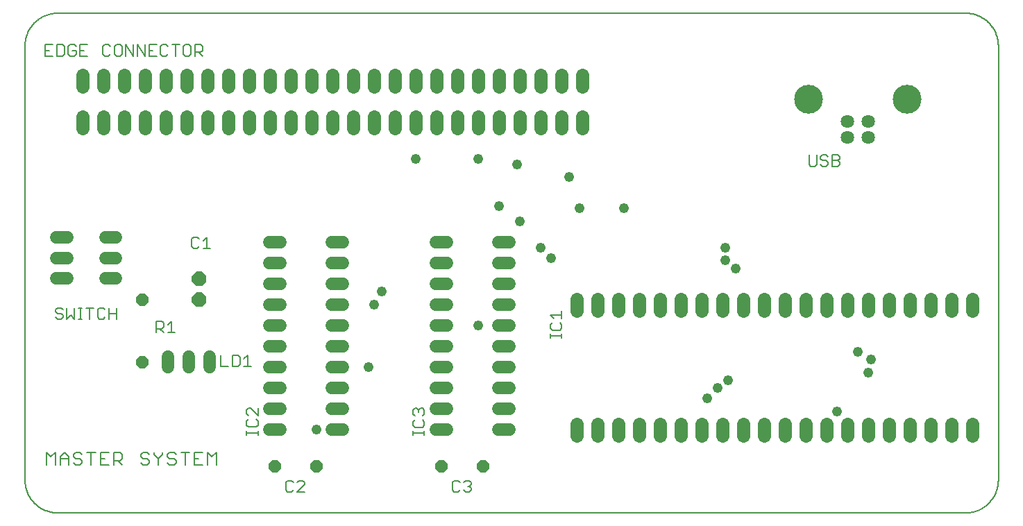
<source format=gts>
G75*
%MOIN*%
%OFA0B0*%
%FSLAX25Y25*%
%IPPOS*%
%LPD*%
%AMOC8*
5,1,8,0,0,1.08239X$1,22.5*
%
%ADD10C,0.00600*%
%ADD11C,0.00800*%
%ADD12C,0.06450*%
%ADD13C,0.00500*%
%ADD14C,0.06000*%
%ADD15OC8,0.06000*%
%ADD16C,0.06343*%
%ADD17OC8,0.07000*%
%ADD18C,0.13855*%
%ADD19C,0.06422*%
%ADD20C,0.04762*%
D10*
X0025048Y0006800D02*
X0461052Y0006800D01*
X0461433Y0006805D01*
X0461813Y0006818D01*
X0462193Y0006841D01*
X0462572Y0006874D01*
X0462950Y0006915D01*
X0463327Y0006965D01*
X0463703Y0007025D01*
X0464078Y0007093D01*
X0464450Y0007171D01*
X0464821Y0007258D01*
X0465189Y0007353D01*
X0465555Y0007458D01*
X0465918Y0007571D01*
X0466279Y0007693D01*
X0466636Y0007823D01*
X0466990Y0007963D01*
X0467341Y0008110D01*
X0467688Y0008267D01*
X0468031Y0008431D01*
X0468370Y0008604D01*
X0468705Y0008785D01*
X0469036Y0008974D01*
X0469361Y0009171D01*
X0469682Y0009375D01*
X0469998Y0009588D01*
X0470308Y0009808D01*
X0470614Y0010035D01*
X0470913Y0010270D01*
X0471207Y0010512D01*
X0471495Y0010760D01*
X0471777Y0011016D01*
X0472052Y0011279D01*
X0472321Y0011548D01*
X0472584Y0011823D01*
X0472840Y0012105D01*
X0473088Y0012393D01*
X0473330Y0012687D01*
X0473565Y0012986D01*
X0473792Y0013292D01*
X0474012Y0013602D01*
X0474225Y0013918D01*
X0474429Y0014239D01*
X0474626Y0014564D01*
X0474815Y0014895D01*
X0474996Y0015230D01*
X0475169Y0015569D01*
X0475333Y0015912D01*
X0475490Y0016259D01*
X0475637Y0016610D01*
X0475777Y0016964D01*
X0475907Y0017321D01*
X0476029Y0017682D01*
X0476142Y0018045D01*
X0476247Y0018411D01*
X0476342Y0018779D01*
X0476429Y0019150D01*
X0476507Y0019522D01*
X0476575Y0019897D01*
X0476635Y0020273D01*
X0476685Y0020650D01*
X0476726Y0021028D01*
X0476759Y0021407D01*
X0476782Y0021787D01*
X0476795Y0022167D01*
X0476800Y0022548D01*
X0476800Y0231052D01*
X0476795Y0231433D01*
X0476782Y0231813D01*
X0476759Y0232193D01*
X0476726Y0232572D01*
X0476685Y0232950D01*
X0476635Y0233327D01*
X0476575Y0233703D01*
X0476507Y0234078D01*
X0476429Y0234450D01*
X0476342Y0234821D01*
X0476247Y0235189D01*
X0476142Y0235555D01*
X0476029Y0235918D01*
X0475907Y0236279D01*
X0475777Y0236636D01*
X0475637Y0236990D01*
X0475490Y0237341D01*
X0475333Y0237688D01*
X0475169Y0238031D01*
X0474996Y0238370D01*
X0474815Y0238705D01*
X0474626Y0239036D01*
X0474429Y0239361D01*
X0474225Y0239682D01*
X0474012Y0239998D01*
X0473792Y0240308D01*
X0473565Y0240614D01*
X0473330Y0240913D01*
X0473088Y0241207D01*
X0472840Y0241495D01*
X0472584Y0241777D01*
X0472321Y0242052D01*
X0472052Y0242321D01*
X0471777Y0242584D01*
X0471495Y0242840D01*
X0471207Y0243088D01*
X0470913Y0243330D01*
X0470614Y0243565D01*
X0470308Y0243792D01*
X0469998Y0244012D01*
X0469682Y0244225D01*
X0469361Y0244429D01*
X0469036Y0244626D01*
X0468705Y0244815D01*
X0468370Y0244996D01*
X0468031Y0245169D01*
X0467688Y0245333D01*
X0467341Y0245490D01*
X0466990Y0245637D01*
X0466636Y0245777D01*
X0466279Y0245907D01*
X0465918Y0246029D01*
X0465555Y0246142D01*
X0465189Y0246247D01*
X0464821Y0246342D01*
X0464450Y0246429D01*
X0464078Y0246507D01*
X0463703Y0246575D01*
X0463327Y0246635D01*
X0462950Y0246685D01*
X0462572Y0246726D01*
X0462193Y0246759D01*
X0461813Y0246782D01*
X0461433Y0246795D01*
X0461052Y0246800D01*
X0025048Y0246800D01*
X0024667Y0246795D01*
X0024287Y0246782D01*
X0023907Y0246759D01*
X0023528Y0246726D01*
X0023150Y0246685D01*
X0022773Y0246635D01*
X0022397Y0246575D01*
X0022022Y0246507D01*
X0021650Y0246429D01*
X0021279Y0246342D01*
X0020911Y0246247D01*
X0020545Y0246142D01*
X0020182Y0246029D01*
X0019821Y0245907D01*
X0019464Y0245777D01*
X0019110Y0245637D01*
X0018759Y0245490D01*
X0018412Y0245333D01*
X0018069Y0245169D01*
X0017730Y0244996D01*
X0017395Y0244815D01*
X0017064Y0244626D01*
X0016739Y0244429D01*
X0016418Y0244225D01*
X0016102Y0244012D01*
X0015792Y0243792D01*
X0015486Y0243565D01*
X0015187Y0243330D01*
X0014893Y0243088D01*
X0014605Y0242840D01*
X0014323Y0242584D01*
X0014048Y0242321D01*
X0013779Y0242052D01*
X0013516Y0241777D01*
X0013260Y0241495D01*
X0013012Y0241207D01*
X0012770Y0240913D01*
X0012535Y0240614D01*
X0012308Y0240308D01*
X0012088Y0239998D01*
X0011875Y0239682D01*
X0011671Y0239361D01*
X0011474Y0239036D01*
X0011285Y0238705D01*
X0011104Y0238370D01*
X0010931Y0238031D01*
X0010767Y0237688D01*
X0010610Y0237341D01*
X0010463Y0236990D01*
X0010323Y0236636D01*
X0010193Y0236279D01*
X0010071Y0235918D01*
X0009958Y0235555D01*
X0009853Y0235189D01*
X0009758Y0234821D01*
X0009671Y0234450D01*
X0009593Y0234078D01*
X0009525Y0233703D01*
X0009465Y0233327D01*
X0009415Y0232950D01*
X0009374Y0232572D01*
X0009341Y0232193D01*
X0009318Y0231813D01*
X0009305Y0231433D01*
X0009300Y0231052D01*
X0009300Y0022548D01*
X0009305Y0022167D01*
X0009318Y0021787D01*
X0009341Y0021407D01*
X0009374Y0021028D01*
X0009415Y0020650D01*
X0009465Y0020273D01*
X0009525Y0019897D01*
X0009593Y0019522D01*
X0009671Y0019150D01*
X0009758Y0018779D01*
X0009853Y0018411D01*
X0009958Y0018045D01*
X0010071Y0017682D01*
X0010193Y0017321D01*
X0010323Y0016964D01*
X0010463Y0016610D01*
X0010610Y0016259D01*
X0010767Y0015912D01*
X0010931Y0015569D01*
X0011104Y0015230D01*
X0011285Y0014895D01*
X0011474Y0014564D01*
X0011671Y0014239D01*
X0011875Y0013918D01*
X0012088Y0013602D01*
X0012308Y0013292D01*
X0012535Y0012986D01*
X0012770Y0012687D01*
X0013012Y0012393D01*
X0013260Y0012105D01*
X0013516Y0011823D01*
X0013779Y0011548D01*
X0014048Y0011279D01*
X0014323Y0011016D01*
X0014605Y0010760D01*
X0014893Y0010512D01*
X0015187Y0010270D01*
X0015486Y0010035D01*
X0015792Y0009808D01*
X0016102Y0009588D01*
X0016418Y0009375D01*
X0016739Y0009171D01*
X0017064Y0008974D01*
X0017395Y0008785D01*
X0017730Y0008604D01*
X0018069Y0008431D01*
X0018412Y0008267D01*
X0018759Y0008110D01*
X0019110Y0007963D01*
X0019464Y0007823D01*
X0019821Y0007693D01*
X0020182Y0007571D01*
X0020545Y0007458D01*
X0020911Y0007353D01*
X0021279Y0007258D01*
X0021650Y0007171D01*
X0022022Y0007093D01*
X0022397Y0007025D01*
X0022773Y0006965D01*
X0023150Y0006915D01*
X0023528Y0006874D01*
X0023907Y0006841D01*
X0024287Y0006818D01*
X0024667Y0006805D01*
X0025048Y0006800D01*
X0134551Y0017751D02*
X0135451Y0016850D01*
X0137253Y0016850D01*
X0138154Y0017751D01*
X0140075Y0016850D02*
X0143678Y0020453D01*
X0143678Y0021354D01*
X0142778Y0022255D01*
X0140976Y0022255D01*
X0140075Y0021354D01*
X0138154Y0021354D02*
X0137253Y0022255D01*
X0135451Y0022255D01*
X0134551Y0021354D01*
X0134551Y0017751D01*
X0140075Y0016850D02*
X0143678Y0016850D01*
X0214551Y0017751D02*
X0215451Y0016850D01*
X0217253Y0016850D01*
X0218154Y0017751D01*
X0220075Y0017751D02*
X0220976Y0016850D01*
X0222778Y0016850D01*
X0223678Y0017751D01*
X0223678Y0018652D01*
X0222778Y0019552D01*
X0221877Y0019552D01*
X0222778Y0019552D02*
X0223678Y0020453D01*
X0223678Y0021354D01*
X0222778Y0022255D01*
X0220976Y0022255D01*
X0220075Y0021354D01*
X0218154Y0021354D02*
X0217253Y0022255D01*
X0215451Y0022255D01*
X0214551Y0021354D01*
X0214551Y0017751D01*
X0118003Y0077100D02*
X0114399Y0077100D01*
X0116201Y0077100D02*
X0116201Y0082505D01*
X0114399Y0080703D01*
X0112478Y0081604D02*
X0111577Y0082505D01*
X0108875Y0082505D01*
X0108875Y0077100D01*
X0111577Y0077100D01*
X0112478Y0078001D01*
X0112478Y0081604D01*
X0106953Y0077100D02*
X0103350Y0077100D01*
X0103350Y0082505D01*
X0081428Y0093500D02*
X0077825Y0093500D01*
X0079627Y0093500D02*
X0079627Y0098905D01*
X0077825Y0097103D01*
X0075904Y0096202D02*
X0075003Y0095302D01*
X0072301Y0095302D01*
X0074102Y0095302D02*
X0075904Y0093500D01*
X0075904Y0096202D02*
X0075904Y0098004D01*
X0075003Y0098905D01*
X0072301Y0098905D01*
X0072301Y0093500D01*
X0053303Y0099850D02*
X0053303Y0105255D01*
X0053303Y0102552D02*
X0049700Y0102552D01*
X0047779Y0100751D02*
X0046878Y0099850D01*
X0045076Y0099850D01*
X0044176Y0100751D01*
X0044176Y0104354D01*
X0045076Y0105255D01*
X0046878Y0105255D01*
X0047779Y0104354D01*
X0049700Y0105255D02*
X0049700Y0099850D01*
X0042254Y0105255D02*
X0038651Y0105255D01*
X0040452Y0105255D02*
X0040452Y0099850D01*
X0036769Y0099850D02*
X0034968Y0099850D01*
X0035868Y0099850D02*
X0035868Y0105255D01*
X0034968Y0105255D02*
X0036769Y0105255D01*
X0033046Y0105255D02*
X0033046Y0099850D01*
X0031245Y0101652D01*
X0029443Y0099850D01*
X0029443Y0105255D01*
X0027521Y0104354D02*
X0026621Y0105255D01*
X0024819Y0105255D01*
X0023918Y0104354D01*
X0023918Y0103453D01*
X0024819Y0102552D01*
X0026621Y0102552D01*
X0027521Y0101652D01*
X0027521Y0100751D01*
X0026621Y0099850D01*
X0024819Y0099850D01*
X0023918Y0100751D01*
X0089301Y0134751D02*
X0090201Y0133850D01*
X0092003Y0133850D01*
X0092904Y0134751D01*
X0094825Y0133850D02*
X0098428Y0133850D01*
X0096627Y0133850D02*
X0096627Y0139255D01*
X0094825Y0137453D01*
X0092904Y0138354D02*
X0092003Y0139255D01*
X0090201Y0139255D01*
X0089301Y0138354D01*
X0089301Y0134751D01*
D11*
X0088292Y0035905D02*
X0084155Y0035905D01*
X0086223Y0035905D02*
X0086223Y0029700D01*
X0090600Y0029700D02*
X0094737Y0029700D01*
X0097046Y0029700D02*
X0097046Y0035905D01*
X0099114Y0033837D01*
X0101183Y0035905D01*
X0101183Y0029700D01*
X0092669Y0032803D02*
X0090600Y0032803D01*
X0090600Y0035905D02*
X0090600Y0029700D01*
X0090600Y0035905D02*
X0094737Y0035905D01*
X0081846Y0034871D02*
X0080812Y0035905D01*
X0078744Y0035905D01*
X0077709Y0034871D01*
X0077709Y0033837D01*
X0078744Y0032803D01*
X0080812Y0032803D01*
X0081846Y0031768D01*
X0081846Y0030734D01*
X0080812Y0029700D01*
X0078744Y0029700D01*
X0077709Y0030734D01*
X0073332Y0029700D02*
X0073332Y0032803D01*
X0075401Y0034871D01*
X0075401Y0035905D01*
X0073332Y0032803D02*
X0071264Y0034871D01*
X0071264Y0035905D01*
X0068955Y0034871D02*
X0067921Y0035905D01*
X0065853Y0035905D01*
X0064818Y0034871D01*
X0064818Y0033837D01*
X0065853Y0032803D01*
X0067921Y0032803D01*
X0068955Y0031768D01*
X0068955Y0030734D01*
X0067921Y0029700D01*
X0065853Y0029700D01*
X0064818Y0030734D01*
X0056064Y0029700D02*
X0053996Y0031768D01*
X0055030Y0031768D02*
X0051927Y0031768D01*
X0051927Y0029700D02*
X0051927Y0035905D01*
X0055030Y0035905D01*
X0056064Y0034871D01*
X0056064Y0032803D01*
X0055030Y0031768D01*
X0049619Y0029700D02*
X0045482Y0029700D01*
X0045482Y0035905D01*
X0049619Y0035905D01*
X0047550Y0032803D02*
X0045482Y0032803D01*
X0043173Y0035905D02*
X0039036Y0035905D01*
X0041105Y0035905D02*
X0041105Y0029700D01*
X0036728Y0030734D02*
X0036728Y0031768D01*
X0035694Y0032803D01*
X0033625Y0032803D01*
X0032591Y0033837D01*
X0032591Y0034871D01*
X0033625Y0035905D01*
X0035694Y0035905D01*
X0036728Y0034871D01*
X0030282Y0033837D02*
X0030282Y0029700D01*
X0032591Y0030734D02*
X0033625Y0029700D01*
X0035694Y0029700D01*
X0036728Y0030734D01*
X0030282Y0032803D02*
X0026145Y0032803D01*
X0026145Y0033837D02*
X0026145Y0029700D01*
X0023837Y0029700D02*
X0023837Y0035905D01*
X0021768Y0033837D01*
X0019700Y0035905D01*
X0019700Y0029700D01*
X0026145Y0033837D02*
X0028214Y0035905D01*
X0030282Y0033837D01*
D12*
X0274300Y0043975D02*
X0274300Y0049625D01*
X0284300Y0049625D02*
X0284300Y0043975D01*
X0294300Y0043975D02*
X0294300Y0049625D01*
X0304300Y0049625D02*
X0304300Y0043975D01*
X0314300Y0043975D02*
X0314300Y0049625D01*
X0324300Y0049625D02*
X0324300Y0043975D01*
X0334300Y0043975D02*
X0334300Y0049625D01*
X0344300Y0049625D02*
X0344300Y0043975D01*
X0354300Y0043975D02*
X0354300Y0049625D01*
X0364300Y0049625D02*
X0364300Y0043975D01*
X0374300Y0043975D02*
X0374300Y0049625D01*
X0384300Y0049625D02*
X0384300Y0043975D01*
X0394300Y0043975D02*
X0394300Y0049625D01*
X0404300Y0049625D02*
X0404300Y0043975D01*
X0414300Y0043975D02*
X0414300Y0049625D01*
X0424300Y0049625D02*
X0424300Y0043975D01*
X0434300Y0043975D02*
X0434300Y0049625D01*
X0444300Y0049625D02*
X0444300Y0043975D01*
X0454300Y0043975D02*
X0454300Y0049625D01*
X0464300Y0049625D02*
X0464300Y0043975D01*
X0464300Y0103975D02*
X0464300Y0109625D01*
X0454300Y0109625D02*
X0454300Y0103975D01*
X0444300Y0103975D02*
X0444300Y0109625D01*
X0434300Y0109625D02*
X0434300Y0103975D01*
X0424300Y0103975D02*
X0424300Y0109625D01*
X0414300Y0109625D02*
X0414300Y0103975D01*
X0404300Y0103975D02*
X0404300Y0109625D01*
X0394300Y0109625D02*
X0394300Y0103975D01*
X0384300Y0103975D02*
X0384300Y0109625D01*
X0374300Y0109625D02*
X0374300Y0103975D01*
X0364300Y0103975D02*
X0364300Y0109625D01*
X0354300Y0109625D02*
X0354300Y0103975D01*
X0344300Y0103975D02*
X0344300Y0109625D01*
X0334300Y0109625D02*
X0334300Y0103975D01*
X0324300Y0103975D02*
X0324300Y0109625D01*
X0314300Y0109625D02*
X0314300Y0103975D01*
X0304300Y0103975D02*
X0304300Y0109625D01*
X0294300Y0109625D02*
X0294300Y0103975D01*
X0284300Y0103975D02*
X0284300Y0109625D01*
X0274300Y0109625D02*
X0274300Y0103975D01*
D13*
X0267050Y0103695D02*
X0267050Y0100025D01*
X0267050Y0101860D02*
X0261545Y0101860D01*
X0263380Y0100025D01*
X0262463Y0098170D02*
X0261545Y0097253D01*
X0261545Y0095418D01*
X0262463Y0094501D01*
X0266133Y0094501D01*
X0267050Y0095418D01*
X0267050Y0097253D01*
X0266133Y0098170D01*
X0267050Y0092652D02*
X0267050Y0090817D01*
X0267050Y0091735D02*
X0261545Y0091735D01*
X0261545Y0092652D02*
X0261545Y0090817D01*
X0201050Y0056135D02*
X0200133Y0057053D01*
X0199215Y0057053D01*
X0198298Y0056135D01*
X0198298Y0055218D01*
X0198298Y0056135D02*
X0197380Y0057053D01*
X0196463Y0057053D01*
X0195545Y0056135D01*
X0195545Y0054300D01*
X0196463Y0053383D01*
X0196463Y0051528D02*
X0195545Y0050610D01*
X0195545Y0048776D01*
X0196463Y0047858D01*
X0200133Y0047858D01*
X0201050Y0048776D01*
X0201050Y0050610D01*
X0200133Y0051528D01*
X0200133Y0053383D02*
X0201050Y0054300D01*
X0201050Y0056135D01*
X0201050Y0046010D02*
X0201050Y0044175D01*
X0201050Y0045092D02*
X0195545Y0045092D01*
X0195545Y0044175D02*
X0195545Y0046010D01*
X0121175Y0046135D02*
X0121175Y0044300D01*
X0121175Y0045217D02*
X0115670Y0045217D01*
X0115670Y0044300D02*
X0115670Y0046135D01*
X0116588Y0047983D02*
X0115670Y0048901D01*
X0115670Y0050735D01*
X0116588Y0051653D01*
X0116588Y0053508D02*
X0115670Y0054425D01*
X0115670Y0056260D01*
X0116588Y0057178D01*
X0117505Y0057178D01*
X0121175Y0053508D01*
X0121175Y0057178D01*
X0120258Y0051653D02*
X0121175Y0050735D01*
X0121175Y0048901D01*
X0120258Y0047983D01*
X0116588Y0047983D01*
X0385800Y0174217D02*
X0386717Y0173300D01*
X0388552Y0173300D01*
X0389470Y0174217D01*
X0389470Y0178805D01*
X0391325Y0177887D02*
X0391325Y0176970D01*
X0392242Y0176052D01*
X0394077Y0176052D01*
X0394995Y0175135D01*
X0394995Y0174217D01*
X0394077Y0173300D01*
X0392242Y0173300D01*
X0391325Y0174217D01*
X0391325Y0177887D02*
X0392242Y0178805D01*
X0394077Y0178805D01*
X0394995Y0177887D01*
X0396849Y0178805D02*
X0396849Y0173300D01*
X0399602Y0173300D01*
X0400519Y0174217D01*
X0400519Y0175135D01*
X0399602Y0176052D01*
X0396849Y0176052D01*
X0396849Y0178805D02*
X0399602Y0178805D01*
X0400519Y0177887D01*
X0400519Y0176970D01*
X0399602Y0176052D01*
X0385800Y0174217D02*
X0385800Y0178805D01*
X0094570Y0226175D02*
X0092735Y0228010D01*
X0093653Y0228010D02*
X0090900Y0228010D01*
X0090900Y0226175D02*
X0090900Y0231680D01*
X0093653Y0231680D01*
X0094570Y0230762D01*
X0094570Y0228927D01*
X0093653Y0228010D01*
X0089045Y0227092D02*
X0089045Y0230762D01*
X0088128Y0231680D01*
X0086293Y0231680D01*
X0085376Y0230762D01*
X0085376Y0227092D01*
X0086293Y0226175D01*
X0088128Y0226175D01*
X0089045Y0227092D01*
X0083521Y0231680D02*
X0079851Y0231680D01*
X0081686Y0231680D02*
X0081686Y0226175D01*
X0077996Y0227092D02*
X0077078Y0226175D01*
X0075244Y0226175D01*
X0074326Y0227092D01*
X0074326Y0230762D01*
X0075244Y0231680D01*
X0077078Y0231680D01*
X0077996Y0230762D01*
X0072471Y0231680D02*
X0068801Y0231680D01*
X0068801Y0226175D01*
X0072471Y0226175D01*
X0070636Y0228927D02*
X0068801Y0228927D01*
X0066946Y0226175D02*
X0066946Y0231680D01*
X0063277Y0231680D02*
X0066946Y0226175D01*
X0063277Y0226175D02*
X0063277Y0231680D01*
X0061422Y0231680D02*
X0061422Y0226175D01*
X0057752Y0231680D01*
X0057752Y0226175D01*
X0055897Y0227092D02*
X0055897Y0230762D01*
X0054980Y0231680D01*
X0053145Y0231680D01*
X0052227Y0230762D01*
X0052227Y0227092D01*
X0053145Y0226175D01*
X0054980Y0226175D01*
X0055897Y0227092D01*
X0050372Y0227092D02*
X0049455Y0226175D01*
X0047620Y0226175D01*
X0046702Y0227092D01*
X0046702Y0230762D01*
X0047620Y0231680D01*
X0049455Y0231680D01*
X0050372Y0230762D01*
X0039323Y0231680D02*
X0035653Y0231680D01*
X0035653Y0226175D01*
X0039323Y0226175D01*
X0037488Y0228927D02*
X0035653Y0228927D01*
X0033798Y0228927D02*
X0033798Y0227092D01*
X0032881Y0226175D01*
X0031046Y0226175D01*
X0030128Y0227092D01*
X0030128Y0230762D01*
X0031046Y0231680D01*
X0032881Y0231680D01*
X0033798Y0230762D01*
X0033798Y0228927D02*
X0031963Y0228927D01*
X0028273Y0227092D02*
X0028273Y0230762D01*
X0027356Y0231680D01*
X0024604Y0231680D01*
X0024604Y0226175D01*
X0027356Y0226175D01*
X0028273Y0227092D01*
X0022749Y0226175D02*
X0019079Y0226175D01*
X0019079Y0231680D01*
X0022749Y0231680D01*
X0020914Y0228927D02*
X0019079Y0228927D01*
D14*
X0024275Y0139100D02*
X0029475Y0139100D01*
X0029475Y0129300D02*
X0024275Y0129300D01*
X0024275Y0119500D02*
X0029475Y0119500D01*
X0047875Y0119500D02*
X0053075Y0119500D01*
X0053075Y0129300D02*
X0047875Y0129300D01*
X0047875Y0139100D02*
X0053075Y0139100D01*
X0126700Y0136800D02*
X0131900Y0136800D01*
X0131900Y0126800D02*
X0126700Y0126800D01*
X0126700Y0116800D02*
X0131900Y0116800D01*
X0131900Y0106800D02*
X0126700Y0106800D01*
X0126700Y0096800D02*
X0131900Y0096800D01*
X0131900Y0086800D02*
X0126700Y0086800D01*
X0126700Y0076800D02*
X0131900Y0076800D01*
X0131900Y0066800D02*
X0126700Y0066800D01*
X0126700Y0056800D02*
X0131900Y0056800D01*
X0131900Y0046800D02*
X0126700Y0046800D01*
X0156700Y0046800D02*
X0161900Y0046800D01*
X0161900Y0056800D02*
X0156700Y0056800D01*
X0156700Y0066800D02*
X0161900Y0066800D01*
X0161900Y0076800D02*
X0156700Y0076800D01*
X0156700Y0086800D02*
X0161900Y0086800D01*
X0161900Y0096800D02*
X0156700Y0096800D01*
X0156700Y0106800D02*
X0161900Y0106800D01*
X0161900Y0116800D02*
X0156700Y0116800D01*
X0156700Y0126800D02*
X0161900Y0126800D01*
X0161900Y0136800D02*
X0156700Y0136800D01*
X0206700Y0136800D02*
X0211900Y0136800D01*
X0211900Y0126800D02*
X0206700Y0126800D01*
X0206700Y0116800D02*
X0211900Y0116800D01*
X0211900Y0106800D02*
X0206700Y0106800D01*
X0206700Y0096800D02*
X0211900Y0096800D01*
X0211900Y0086800D02*
X0206700Y0086800D01*
X0206700Y0076800D02*
X0211900Y0076800D01*
X0211900Y0066800D02*
X0206700Y0066800D01*
X0206700Y0056800D02*
X0211900Y0056800D01*
X0211900Y0046800D02*
X0206700Y0046800D01*
X0236700Y0046800D02*
X0241900Y0046800D01*
X0241900Y0056800D02*
X0236700Y0056800D01*
X0236700Y0066800D02*
X0241900Y0066800D01*
X0241900Y0076800D02*
X0236700Y0076800D01*
X0236700Y0086800D02*
X0241900Y0086800D01*
X0241900Y0096800D02*
X0236700Y0096800D01*
X0236700Y0106800D02*
X0241900Y0106800D01*
X0241900Y0116800D02*
X0236700Y0116800D01*
X0236700Y0126800D02*
X0241900Y0126800D01*
X0241900Y0136800D02*
X0236700Y0136800D01*
X0098050Y0081900D02*
X0098050Y0076700D01*
X0088050Y0076700D02*
X0088050Y0081900D01*
X0078050Y0081900D02*
X0078050Y0076700D01*
D15*
X0065550Y0079300D03*
X0065550Y0109300D03*
X0129300Y0029300D03*
X0149300Y0029300D03*
X0209300Y0029300D03*
X0229300Y0029300D03*
D16*
X0226800Y0191528D02*
X0226800Y0197072D01*
X0216800Y0197072D02*
X0216800Y0191528D01*
X0206800Y0191528D02*
X0206800Y0197072D01*
X0196800Y0197072D02*
X0196800Y0191528D01*
X0186800Y0191528D02*
X0186800Y0197072D01*
X0176800Y0197072D02*
X0176800Y0191528D01*
X0166800Y0191528D02*
X0166800Y0197072D01*
X0156800Y0197072D02*
X0156800Y0191528D01*
X0146800Y0191528D02*
X0146800Y0197072D01*
X0136800Y0197072D02*
X0136800Y0191528D01*
X0126800Y0191528D02*
X0126800Y0197072D01*
X0116800Y0197072D02*
X0116800Y0191528D01*
X0106800Y0191528D02*
X0106800Y0197072D01*
X0096800Y0197072D02*
X0096800Y0191528D01*
X0086800Y0191528D02*
X0086800Y0197072D01*
X0076800Y0197072D02*
X0076800Y0191528D01*
X0066800Y0191528D02*
X0066800Y0197072D01*
X0056800Y0197072D02*
X0056800Y0191528D01*
X0046800Y0191528D02*
X0046800Y0197072D01*
X0036800Y0197072D02*
X0036800Y0191528D01*
X0036800Y0211528D02*
X0036800Y0217072D01*
X0046800Y0217072D02*
X0046800Y0211528D01*
X0056800Y0211528D02*
X0056800Y0217072D01*
X0066800Y0217072D02*
X0066800Y0211528D01*
X0076800Y0211528D02*
X0076800Y0217072D01*
X0086800Y0217072D02*
X0086800Y0211528D01*
X0096800Y0211528D02*
X0096800Y0217072D01*
X0106800Y0217072D02*
X0106800Y0211528D01*
X0116800Y0211528D02*
X0116800Y0217072D01*
X0126800Y0217072D02*
X0126800Y0211528D01*
X0136800Y0211528D02*
X0136800Y0217072D01*
X0146800Y0217072D02*
X0146800Y0211528D01*
X0156800Y0211528D02*
X0156800Y0217072D01*
X0166800Y0217072D02*
X0166800Y0211528D01*
X0176800Y0211528D02*
X0176800Y0217072D01*
X0186800Y0217072D02*
X0186800Y0211528D01*
X0196800Y0211528D02*
X0196800Y0217072D01*
X0206800Y0217072D02*
X0206800Y0211528D01*
X0216800Y0211528D02*
X0216800Y0217072D01*
X0226800Y0217072D02*
X0226800Y0211528D01*
X0236800Y0211528D02*
X0236800Y0217072D01*
X0246800Y0217072D02*
X0246800Y0211528D01*
X0256800Y0211528D02*
X0256800Y0217072D01*
X0266800Y0217072D02*
X0266800Y0211528D01*
X0276800Y0211528D02*
X0276800Y0217072D01*
X0276800Y0197072D02*
X0276800Y0191528D01*
X0266800Y0191528D02*
X0266800Y0197072D01*
X0256800Y0197072D02*
X0256800Y0191528D01*
X0246800Y0191528D02*
X0246800Y0197072D01*
X0236800Y0197072D02*
X0236800Y0191528D01*
D17*
X0093050Y0119300D03*
X0093050Y0109300D03*
D18*
X0385599Y0205550D03*
X0433001Y0205550D03*
D19*
X0414221Y0194881D03*
X0404379Y0194881D03*
X0404379Y0187007D03*
X0414221Y0187007D03*
D20*
X0345550Y0134300D03*
X0345550Y0128050D03*
X0350550Y0124300D03*
X0296800Y0153050D03*
X0275550Y0153050D03*
X0270550Y0168050D03*
X0245550Y0174300D03*
X0226800Y0176800D03*
X0196800Y0176800D03*
X0236800Y0154300D03*
X0246800Y0146800D03*
X0256800Y0134300D03*
X0261800Y0129300D03*
X0226800Y0096800D03*
X0180550Y0113050D03*
X0176800Y0106800D03*
X0174300Y0076800D03*
X0149300Y0046800D03*
X0336800Y0061800D03*
X0341800Y0066800D03*
X0346800Y0070550D03*
X0399300Y0055550D03*
X0414300Y0074300D03*
X0415550Y0080550D03*
X0409300Y0084300D03*
M02*

</source>
